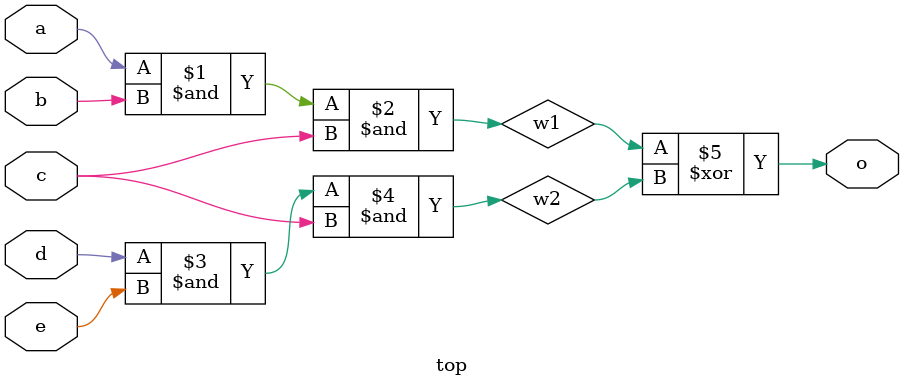
<source format=v>
module top(a, b, c, d, e, o);
input a, b, c, d, e;
output o;
// wire a_c, b_c, c_c, d_c ,e_c;

wire w1, w2;
and (w1, a, b, c);
and (w2, d, e, c);
xor (o , w1, w2);


endmodule
</source>
